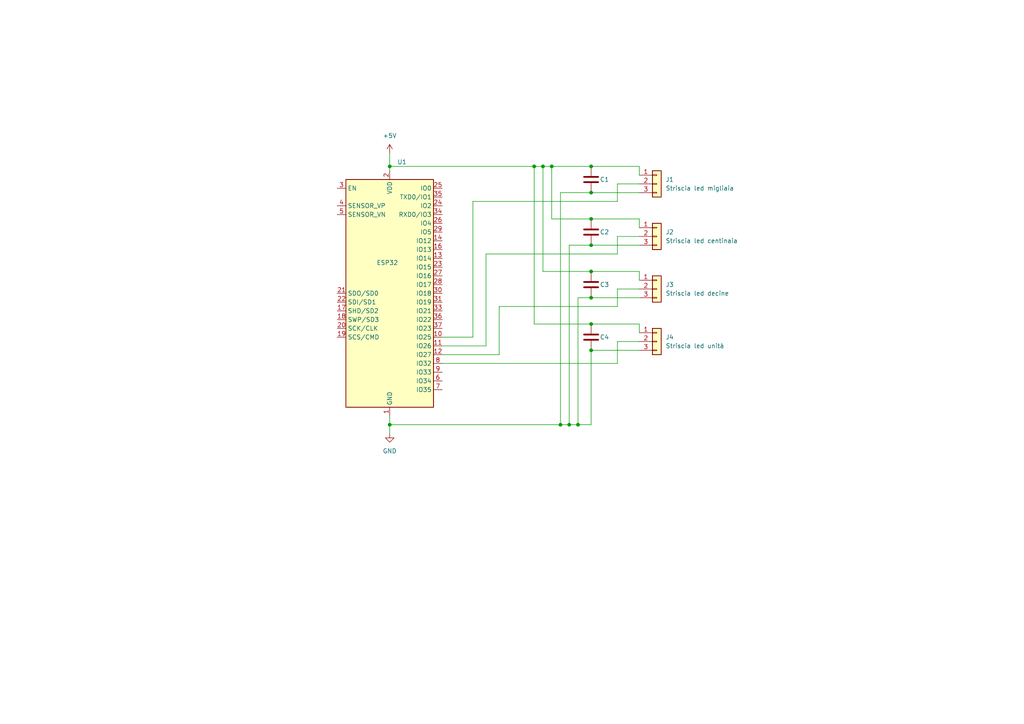
<source format=kicad_sch>
(kicad_sch (version 20230121) (generator eeschema)
  (paper "A4")
  (lib_symbols
    (symbol "Connector_Generic:Conn_01x03" (pin_names (offset 1.016) hide)
      (property "Reference" "J" (at 0 5.08 0))
      (property "Value" "Conn_01x03" (at 0 -5.08 0))
      (symbol "Conn_01x03_1_1"
        (rectangle (start -1.27 -2.413) (end 0 -2.667) (stroke (width 0.1524)))
        (rectangle (start -1.27 0.127) (end 0 -0.127) (stroke (width 0.1524)))
        (rectangle (start -1.27 2.667) (end 0 2.413) (stroke (width 0.1524)))
        (rectangle (start -1.27 3.81) (end 1.27 -3.81) (stroke (width 0.254)) (fill (type background)))
        (pin passive line (at -5.08 2.54 0) (length 3.81) (name "Pin_1") (number "1"))
        (pin passive line (at -5.08 0 0) (length 3.81) (name "Pin_2") (number "2"))
        (pin passive line (at -5.08 -2.54 0) (length 3.81) (name "Pin_3") (number "3"))
      )
    )
    (symbol "Device:C" (pin_numbers hide) (pin_names (offset 0.254))
      (property "Reference" "C" (at 0.635 2.54 0))
      (property "Value" "C" (at 0.635 -2.54 0))
      (symbol "C_0_1"
        (polyline (pts (xy -2.032 -0.762) (xy 2.032 -0.762)) (stroke (width 0.508)))
        (polyline (pts (xy -2.032 0.762) (xy 2.032 0.762)) (stroke (width 0.508)))
      )
      (symbol "C_1_1"
        (pin passive line (at 0 3.81 270) (length 2.794) (name "~") (number "1"))
        (pin passive line (at 0 -3.81 90) (length 2.794) (name "~") (number "2"))
      )
    )
    (symbol "RF_Module:ESP32-WROOM-32"
      (property "Reference" "U" (at -12.7 34.29 0))
      (property "Value" "ESP32-WROOM-32" (at 1.27 34.29 0))
      (symbol "ESP32-WROOM-32_0_1"
        (rectangle (start -12.7 33.02) (end 12.7 -33.02) (stroke (width 0.254)) (fill (type background)))
      )
      (symbol "ESP32-WROOM-32_1_1"
        (pin power_in line (at 0 -35.56 90) (length 2.54) (name "GND") (number "1"))
        (pin bidirectional line (at 15.24 -12.7 180) (length 2.54) (name "IO25") (number "10"))
        (pin bidirectional line (at 15.24 -15.24 180) (length 2.54) (name "IO26") (number "11"))
        (pin bidirectional line (at 15.24 -17.78 180) (length 2.54) (name "IO27") (number "12"))
        (pin bidirectional line (at 15.24 10.16 180) (length 2.54) (name "IO14") (number "13"))
        (pin bidirectional line (at 15.24 15.24 180) (length 2.54) (name "IO12") (number "14"))
        (pin passive line (at 0 -35.56 90) (length 2.54) hide (name "GND") (number "15"))
        (pin bidirectional line (at 15.24 12.7 180) (length 2.54) (name "IO13") (number "16"))
        (pin bidirectional line (at -15.24 -5.08 0) (length 2.54) (name "SHD/SD2") (number "17"))
        (pin bidirectional line (at -15.24 -7.62 0) (length 2.54) (name "SWP/SD3") (number "18"))
        (pin bidirectional line (at -15.24 -12.7 0) (length 2.54) (name "SCS/CMD") (number "19"))
        (pin power_in line (at 0 35.56 270) (length 2.54) (name "VDD") (number "2"))
        (pin bidirectional line (at -15.24 -10.16 0) (length 2.54) (name "SCK/CLK") (number "20"))
        (pin bidirectional line (at -15.24 0 0) (length 2.54) (name "SDO/SD0") (number "21"))
        (pin bidirectional line (at -15.24 -2.54 0) (length 2.54) (name "SDI/SD1") (number "22"))
        (pin bidirectional line (at 15.24 7.62 180) (length 2.54) (name "IO15") (number "23"))
        (pin bidirectional line (at 15.24 25.4 180) (length 2.54) (name "IO2") (number "24"))
        (pin bidirectional line (at 15.24 30.48 180) (length 2.54) (name "IO0") (number "25"))
        (pin bidirectional line (at 15.24 20.32 180) (length 2.54) (name "IO4") (number "26"))
        (pin bidirectional line (at 15.24 5.08 180) (length 2.54) (name "IO16") (number "27"))
        (pin bidirectional line (at 15.24 2.54 180) (length 2.54) (name "IO17") (number "28"))
        (pin bidirectional line (at 15.24 17.78 180) (length 2.54) (name "IO5") (number "29"))
        (pin input line (at -15.24 30.48 0) (length 2.54) (name "EN") (number "3"))
        (pin bidirectional line (at 15.24 0 180) (length 2.54) (name "IO18") (number "30"))
        (pin bidirectional line (at 15.24 -2.54 180) (length 2.54) (name "IO19") (number "31"))
        (pin no_connect line (at -12.7 -27.94 0) (length 2.54) hide (name "NC") (number "32"))
        (pin bidirectional line (at 15.24 -5.08 180) (length 2.54) (name "IO21") (number "33"))
        (pin bidirectional line (at 15.24 22.86 180) (length 2.54) (name "RXD0/IO3") (number "34"))
        (pin bidirectional line (at 15.24 27.94 180) (length 2.54) (name "TXD0/IO1") (number "35"))
        (pin bidirectional line (at 15.24 -7.62 180) (length 2.54) (name "IO22") (number "36"))
        (pin bidirectional line (at 15.24 -10.16 180) (length 2.54) (name "IO23") (number "37"))
        (pin passive line (at 0 -35.56 90) (length 2.54) hide (name "GND") (number "38"))
        (pin passive line (at 0 -35.56 90) (length 2.54) hide (name "GND") (number "39"))
        (pin input line (at -15.24 25.4 0) (length 2.54) (name "SENSOR_VP") (number "4"))
        (pin input line (at -15.24 22.86 0) (length 2.54) (name "SENSOR_VN") (number "5"))
        (pin input line (at 15.24 -25.4 180) (length 2.54) (name "IO34") (number "6"))
        (pin input line (at 15.24 -27.94 180) (length 2.54) (name "IO35") (number "7"))
        (pin bidirectional line (at 15.24 -20.32 180) (length 2.54) (name "IO32") (number "8"))
        (pin bidirectional line (at 15.24 -22.86 180) (length 2.54) (name "IO33") (number "9"))
      )
    )
    (symbol "power:+5V" (power) (pin_names (offset 0))
      (property "Value" "+5V" (at 0 3.556 0))
      (symbol "+5V_0_1"
        (polyline (pts (xy -0.762 1.27) (xy 0 2.54)))
        (polyline (pts (xy 0 0) (xy 0 2.54)))
        (polyline (pts (xy 0 2.54) (xy 0.762 1.27)))
      )
      (symbol "+5V_1_1"
        (pin power_in line (at 0 0 90) (length 0) hide (name "+5V") (number "1"))
      )
    )
    (symbol "power:GND" (power) (pin_names (offset 0))
      (property "Value" "GND" (at 0 -3.81 0))
      (symbol "GND_0_1"
        (polyline (pts (xy 0 0) (xy 0 -1.27) (xy 1.27 -1.27) (xy 0 -2.54) (xy -1.27 -1.27) (xy 0 -1.27)))
      )
      (symbol "GND_1_1"
        (pin power_in line (at 0 0 270) (length 0) hide (name "GND") (number "1"))
      )
    )
  )
  (junction (at 171.45 63.5))
  (junction (at 171.45 93.98))
  (junction (at 165.1 123.19))
  (junction (at 171.45 101.6))
  (junction (at 162.56 123.19))
  (junction (at 113.03 48.26))
  (junction (at 171.45 71.12))
  (junction (at 154.94 48.26))
  (junction (at 171.45 78.74))
  (junction (at 171.45 55.88))
  (junction (at 171.45 48.26))
  (junction (at 160.02 48.26))
  (junction (at 113.03 123.19))
  (junction (at 171.45 86.36))
  (junction (at 167.64 123.19))
  (junction (at 157.48 48.26))
  (wire (pts (xy 171.45 101.6) (xy 171.45 123.19)))
  (wire (pts (xy 185.42 50.8) (xy 185.42 48.26)))
  (wire (pts (xy 171.45 48.26) (xy 185.42 48.26)))
  (wire (pts (xy 113.03 44.45) (xy 113.03 48.26)))
  (wire (pts (xy 160.02 63.5) (xy 171.45 63.5)))
  (wire (pts (xy 179.07 88.9) (xy 179.07 83.82)))
  (wire (pts (xy 113.03 120.65) (xy 113.03 123.19)))
  (wire (pts (xy 162.56 55.88) (xy 171.45 55.88)))
  (wire (pts (xy 171.45 101.6) (xy 185.42 101.6)))
  (wire (pts (xy 179.07 83.82) (xy 185.42 83.82)))
  (wire (pts (xy 171.45 123.19) (xy 167.64 123.19)))
  (wire (pts (xy 113.03 48.26) (xy 154.94 48.26)))
  (wire (pts (xy 113.03 123.19) (xy 162.56 123.19)))
  (wire (pts (xy 160.02 63.5) (xy 160.02 48.26)))
  (wire (pts (xy 171.45 93.98) (xy 185.42 93.98)))
  (wire (pts (xy 140.97 73.66) (xy 179.07 73.66)))
  (wire (pts (xy 160.02 48.26) (xy 171.45 48.26)))
  (wire (pts (xy 137.16 97.79) (xy 137.16 58.42)))
  (wire (pts (xy 128.27 100.33) (xy 140.97 100.33)))
  (wire (pts (xy 157.48 48.26) (xy 160.02 48.26)))
  (wire (pts (xy 185.42 63.5) (xy 185.42 66.04)))
  (wire (pts (xy 167.64 86.36) (xy 167.64 123.19)))
  (wire (pts (xy 154.94 93.98) (xy 154.94 48.26)))
  (wire (pts (xy 167.64 86.36) (xy 171.45 86.36)))
  (wire (pts (xy 185.42 55.88) (xy 171.45 55.88)))
  (wire (pts (xy 113.03 48.26) (xy 113.03 49.53)))
  (wire (pts (xy 179.07 53.34) (xy 185.42 53.34)))
  (wire (pts (xy 179.07 73.66) (xy 179.07 68.58)))
  (wire (pts (xy 128.27 102.87) (xy 144.78 102.87)))
  (wire (pts (xy 154.94 93.98) (xy 171.45 93.98)))
  (wire (pts (xy 157.48 78.74) (xy 157.48 48.26)))
  (wire (pts (xy 185.42 93.98) (xy 185.42 96.52)))
  (wire (pts (xy 144.78 88.9) (xy 179.07 88.9)))
  (wire (pts (xy 185.42 78.74) (xy 185.42 81.28)))
  (wire (pts (xy 154.94 48.26) (xy 157.48 48.26)))
  (wire (pts (xy 171.45 71.12) (xy 185.42 71.12)))
  (wire (pts (xy 179.07 58.42) (xy 179.07 53.34)))
  (wire (pts (xy 162.56 55.88) (xy 162.56 123.19)))
  (wire (pts (xy 171.45 86.36) (xy 185.42 86.36)))
  (wire (pts (xy 162.56 123.19) (xy 165.1 123.19)))
  (wire (pts (xy 171.45 63.5) (xy 185.42 63.5)))
  (wire (pts (xy 165.1 71.12) (xy 171.45 71.12)))
  (wire (pts (xy 157.48 78.74) (xy 171.45 78.74)))
  (wire (pts (xy 140.97 100.33) (xy 140.97 73.66)))
  (wire (pts (xy 137.16 58.42) (xy 179.07 58.42)))
  (wire (pts (xy 113.03 123.19) (xy 113.03 125.73)))
  (wire (pts (xy 128.27 97.79) (xy 137.16 97.79)))
  (wire (pts (xy 165.1 71.12) (xy 165.1 123.19)))
  (wire (pts (xy 165.1 123.19) (xy 167.64 123.19)))
  (wire (pts (xy 179.07 68.58) (xy 185.42 68.58)))
  (wire (pts (xy 179.07 99.06) (xy 185.42 99.06)))
  (wire (pts (xy 179.07 105.41) (xy 179.07 99.06)))
  (wire (pts (xy 128.27 105.41) (xy 179.07 105.41)))
  (wire (pts (xy 144.78 102.87) (xy 144.78 88.9)))
  (wire (pts (xy 171.45 78.74) (xy 185.42 78.74)))
  (symbol (lib_id "Device:C") (at 171.45 67.31 0) (unit 1)
    (property "Reference" "C2" (at 173.99 67.31 0) (effects (justify left)))
    (property "Value" "C" (effects hide))
  )
  (symbol (lib_id "power:+5V") (at 113.03 44.45 0) (unit 1)
    (property "Reference" "#PWR01" (effects hide))
    (property "Value" "+5V" (at 113.03 39.37 0))
  )
  (symbol (lib_id "Connector_Generic:Conn_01x03") (at 190.5 83.82 0) (unit 1)
    (property "Reference" "J3" (at 193.04 82.55 0) (effects (justify left)))
    (property "Value" "Striscia led decine" (at 193.04 85.09 0) (effects (justify left)))
  )
  (symbol (lib_id "Device:C") (at 171.45 82.55 0) (unit 1)
    (property "Reference" "C3" (at 173.99 82.55 0) (effects (justify left)))
    (property "Value" "C" (effects hide))
  )
  (symbol (lib_id "Connector_Generic:Conn_01x03") (at 190.5 68.58 0) (unit 1)
    (property "Reference" "J2" (at 193.04 67.31 0) (effects (justify left)))
    (property "Value" "Striscia led centinaia" (at 193.04 69.85 0) (effects (justify left)))
  )
  (symbol (lib_id "RF_Module:ESP32-WROOM-32") (at 113.03 85.09 0) (unit 1)
    (property "Reference" "U1" (at 115.2241 46.99 0) (effects (justify left)))
    (property "Value" "ESP32" (at 109.22 76.2 0) (effects (justify left)))
    (property "Footprint" "RF_Module:ESP32-WROOM-32" (effects hide))
    (property "Datasheet" "https://www.espressif.com/sites/default/files/documentation/esp32-wroom-32_datasheet_en.pdf" (effects hide))
  )
  (symbol (lib_id "Connector_Generic:Conn_01x03") (at 190.5 99.06 0) (unit 1)
    (property "Reference" "J4" (at 193.04 97.79 0) (effects (justify left)))
    (property "Value" "Striscia led unità" (at 193.04 100.33 0) (effects (justify left)))
  )
  (symbol (lib_id "Device:C") (at 171.45 52.07 0) (unit 1)
    (property "Reference" "C1" (at 173.99 52.07 0) (effects (justify left)))
    (property "Value" "C" (effects hide))
  )
  (symbol (lib_id "Device:C") (at 171.45 97.79 0) (unit 1)
    (property "Reference" "C4" (at 173.99 97.79 0) (effects (justify left)))
    (property "Value" "C" (effects hide))
  )
  (symbol (lib_id "Connector_Generic:Conn_01x03") (at 190.5 53.34 0) (unit 1)
    (property "Reference" "J1" (at 193.04 52.07 0) (effects (justify left)))
    (property "Value" "Striscia led migliaia" (at 193.04 54.61 0) (effects (justify left)))
  )
  (symbol (lib_id "power:GND") (at 113.03 125.73 0) (unit 1)
    (property "Reference" "#PWR02" (effects hide))
    (property "Value" "GND" (at 113.03 130.81 0))
  )
)
</source>
